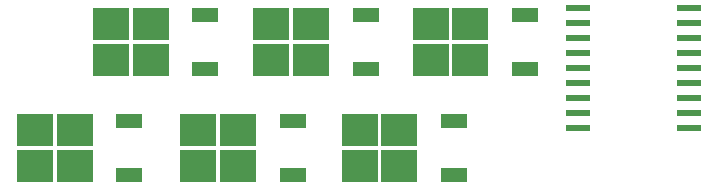
<source format=gbr>
G04 #@! TF.GenerationSoftware,KiCad,Pcbnew,(5.0.1)-3*
G04 #@! TF.CreationDate,2020-02-13T16:16:06-05:00*
G04 #@! TF.ProjectId,ESC_V1,4553435F56312E6B696361645F706362,rev?*
G04 #@! TF.SameCoordinates,Original*
G04 #@! TF.FileFunction,Paste,Top*
G04 #@! TF.FilePolarity,Positive*
%FSLAX46Y46*%
G04 Gerber Fmt 4.6, Leading zero omitted, Abs format (unit mm)*
G04 Created by KiCad (PCBNEW (5.0.1)-3) date 2/13/2020 4:16:06 PM*
%MOMM*%
%LPD*%
G01*
G04 APERTURE LIST*
%ADD10R,2.200000X1.200000*%
%ADD11R,3.050000X2.750000*%
%ADD12R,2.000000X0.600000*%
G04 APERTURE END LIST*
D10*
G04 #@! TO.C,Q3*
X152300000Y-59280000D03*
X152300000Y-54720000D03*
D11*
X144325000Y-55475000D03*
X147675000Y-58525000D03*
X144325000Y-58525000D03*
X147675000Y-55475000D03*
G04 #@! TD*
G04 #@! TO.C,Q4*
X141500000Y-64500000D03*
X138150000Y-67550000D03*
X141500000Y-67550000D03*
X138150000Y-64500000D03*
D10*
X146125000Y-63745000D03*
X146125000Y-68305000D03*
G04 #@! TD*
G04 #@! TO.C,Q7*
X165800000Y-59280000D03*
X165800000Y-54720000D03*
D11*
X157825000Y-55475000D03*
X161175000Y-58525000D03*
X157825000Y-58525000D03*
X161175000Y-55475000D03*
G04 #@! TD*
G04 #@! TO.C,Q8*
X155175000Y-64500000D03*
X151825000Y-67550000D03*
X155175000Y-67550000D03*
X151825000Y-64500000D03*
D10*
X159800000Y-63745000D03*
X159800000Y-68305000D03*
G04 #@! TD*
D11*
G04 #@! TO.C,Q11*
X134100000Y-55500000D03*
X130750000Y-58550000D03*
X134100000Y-58550000D03*
X130750000Y-55500000D03*
D10*
X138725000Y-54745000D03*
X138725000Y-59305000D03*
G04 #@! TD*
G04 #@! TO.C,Q12*
X132300000Y-68280000D03*
X132300000Y-63720000D03*
D11*
X124325000Y-64475000D03*
X127675000Y-67525000D03*
X124325000Y-67525000D03*
X127675000Y-64475000D03*
G04 #@! TD*
D12*
G04 #@! TO.C,U1*
X179700000Y-64330000D03*
X179700000Y-63060000D03*
X179700000Y-61790000D03*
X179700000Y-60520000D03*
X179700000Y-59250000D03*
X179700000Y-57980000D03*
X179700000Y-56710000D03*
X179700000Y-55440000D03*
X179700000Y-54170000D03*
X170300000Y-54170000D03*
X170300000Y-55440000D03*
X170300000Y-56710000D03*
X170300000Y-57980000D03*
X170300000Y-59250000D03*
X170300000Y-60520000D03*
X170300000Y-61790000D03*
X170300000Y-63060000D03*
X170300000Y-64330000D03*
G04 #@! TD*
M02*

</source>
